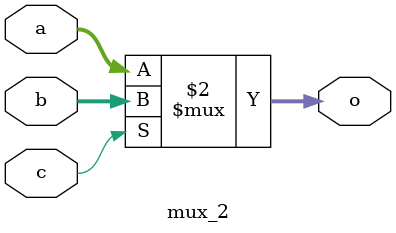
<source format=sv>
`timescale 1ns / 1ps


module mux_2(input logic [31:0] a,input logic [31:0] b,input logic c, output logic [31:0] o);
always_comb begin
        o = c ? b : a;
    end
endmodule

</source>
